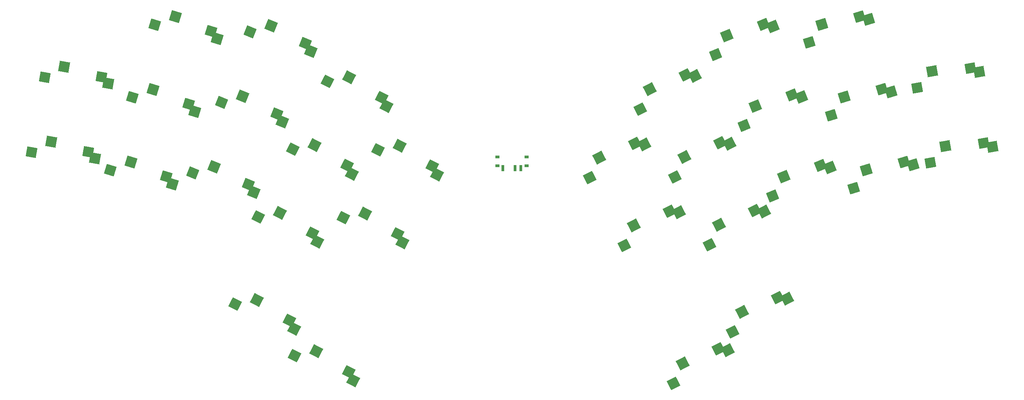
<source format=gbr>
%TF.GenerationSoftware,KiCad,Pcbnew,(6.0.4)*%
%TF.CreationDate,2022-08-21T15:28:52+02:00*%
%TF.ProjectId,Asfoora,4173666f-6f72-4612-9e6b-696361645f70,rev?*%
%TF.SameCoordinates,Original*%
%TF.FileFunction,Paste,Bot*%
%TF.FilePolarity,Positive*%
%FSLAX46Y46*%
G04 Gerber Fmt 4.6, Leading zero omitted, Abs format (unit mm)*
G04 Created by KiCad (PCBNEW (6.0.4)) date 2022-08-21 15:28:52*
%MOMM*%
%LPD*%
G01*
G04 APERTURE LIST*
G04 Aperture macros list*
%AMRotRect*
0 Rectangle, with rotation*
0 The origin of the aperture is its center*
0 $1 length*
0 $2 width*
0 $3 Rotation angle, in degrees counterclockwise*
0 Add horizontal line*
21,1,$1,$2,0,0,$3*%
G04 Aperture macros list end*
%ADD10RotRect,2.600000X2.600000X350.000000*%
%ADD11RotRect,2.550000X2.500000X350.000000*%
%ADD12RotRect,2.600000X2.600000X27.000000*%
%ADD13RotRect,2.550000X2.500000X27.000000*%
%ADD14RotRect,2.600000X2.600000X338.000000*%
%ADD15RotRect,2.550000X2.500000X338.000000*%
%ADD16RotRect,2.600000X2.600000X333.000000*%
%ADD17RotRect,2.550000X2.500000X333.000000*%
%ADD18RotRect,2.550000X2.500000X17.000000*%
%ADD19RotRect,2.600000X2.600000X17.000000*%
%ADD20RotRect,2.600000X2.600000X22.000000*%
%ADD21RotRect,2.550000X2.500000X22.000000*%
%ADD22RotRect,2.600000X2.600000X10.000000*%
%ADD23RotRect,2.550000X2.500000X10.000000*%
%ADD24RotRect,2.550000X2.500000X343.000000*%
%ADD25RotRect,2.600000X2.600000X343.000000*%
%ADD26R,1.000000X0.800000*%
%ADD27R,0.700000X1.500000*%
G04 APERTURE END LIST*
D10*
%TO.C,SW11*%
X49145183Y-72631995D03*
D11*
X47421292Y-70977509D03*
X33281549Y-71063474D03*
D10*
X38155628Y-68456942D03*
%TD*%
D12*
%TO.C,SW24*%
X221826830Y-107656512D03*
D13*
X219454374Y-107372645D03*
D12*
X210537572Y-110935846D03*
D13*
X208213609Y-115950809D03*
%TD*%
%TO.C,SW20*%
X204681705Y-120230746D03*
D12*
X207054161Y-120514613D03*
D13*
X193440940Y-128808910D03*
D12*
X195764903Y-123793947D03*
%TD*%
D13*
%TO.C,SW22*%
X205073045Y-68684923D03*
D12*
X207445501Y-68968790D03*
D13*
X193832280Y-77263087D03*
D12*
X196156243Y-72248124D03*
%TD*%
D14*
%TO.C,SW5*%
X102968031Y-45866134D03*
D15*
X101625798Y-43889385D03*
X87777170Y-41033655D03*
D14*
X93086667Y-39497460D03*
%TD*%
D16*
%TO.C,SW8*%
X121820230Y-59555399D03*
D17*
X120655390Y-57469189D03*
X107108353Y-53417338D03*
D16*
X112531534Y-52349741D03*
%TD*%
D18*
%TO.C,SW30*%
X245429791Y-55362067D03*
D19*
X247716910Y-56053594D03*
X236029711Y-57322749D03*
D18*
X232870216Y-61857971D03*
%TD*%
D17*
%TO.C,SW19*%
X112420910Y-125944136D03*
D16*
X113585750Y-128030346D03*
D17*
X98873873Y-121892285D03*
D16*
X104297054Y-120824688D03*
%TD*%
D20*
%TO.C,SW25*%
X218270789Y-39664588D03*
D21*
X215932102Y-39175028D03*
D20*
X206738677Y-41947519D03*
D21*
X203986475Y-46740852D03*
%TD*%
D14*
%TO.C,SW6*%
X95850506Y-63482627D03*
D15*
X94508273Y-61505878D03*
D14*
X85969142Y-57113953D03*
D15*
X80659645Y-58650148D03*
%TD*%
D17*
%TO.C,SW10*%
X103403751Y-91327437D03*
D16*
X104568591Y-93413647D03*
X95279895Y-86207989D03*
D17*
X89856714Y-87275586D03*
%TD*%
D22*
%TO.C,SW32*%
X273047266Y-69757659D03*
D23*
X270861471Y-68792557D03*
X257603862Y-73709414D03*
D22*
X261292511Y-69593042D03*
%TD*%
D21*
%TO.C,SW27*%
X230167152Y-74408014D03*
D20*
X232505839Y-74897574D03*
X220973727Y-77180505D03*
D21*
X218221525Y-81973838D03*
%TD*%
D24*
%TO.C,SW14*%
X66939528Y-77211303D03*
D25*
X68448939Y-79063546D03*
D24*
X52894705Y-75573427D03*
D25*
X58050109Y-73580324D03*
%TD*%
%TO.C,SW2*%
X79559063Y-42723965D03*
D24*
X78049652Y-40871722D03*
X64004829Y-39233846D03*
D25*
X69160233Y-37240743D03*
%TD*%
D16*
%TO.C,SW15*%
X98813081Y-115172245D03*
D17*
X97648241Y-113086035D03*
X84101204Y-109034184D03*
D16*
X89524385Y-107966587D03*
%TD*%
D12*
%TO.C,SW18*%
X194829287Y-86059171D03*
D13*
X192456831Y-85775304D03*
D12*
X183540029Y-89338505D03*
D13*
X181216066Y-94353468D03*
%TD*%
D11*
%TO.C,SW4*%
X50711570Y-52249086D03*
D10*
X52435461Y-53903572D03*
X41445906Y-49728519D03*
D11*
X36571827Y-52335051D03*
%TD*%
D14*
%TO.C,SW7*%
X88732981Y-81099120D03*
D15*
X87390748Y-79122371D03*
X73542120Y-76266641D03*
D14*
X78851617Y-74730446D03*
%TD*%
D18*
%TO.C,SW29*%
X239874729Y-37192276D03*
D19*
X242161848Y-37883803D03*
X230474649Y-39152958D03*
D18*
X227315154Y-43688180D03*
%TD*%
D17*
%TO.C,SW9*%
X112029570Y-74398313D03*
D16*
X113194410Y-76484523D03*
D17*
X98482533Y-70346462D03*
D16*
X103905714Y-69278865D03*
%TD*%
%TO.C,SW12*%
X134436444Y-76645780D03*
D17*
X133271604Y-74559570D03*
D16*
X125147748Y-69440122D03*
D17*
X119724567Y-70507719D03*
%TD*%
D13*
%TO.C,SW17*%
X183831011Y-68846180D03*
D12*
X186203467Y-69130047D03*
D13*
X172590246Y-77424344D03*
D12*
X174914209Y-72409381D03*
%TD*%
%TO.C,SW21*%
X198819681Y-52039666D03*
D13*
X196447225Y-51755799D03*
D12*
X187530423Y-55319000D03*
D13*
X185206460Y-60333963D03*
%TD*%
D23*
%TO.C,SW31*%
X267556205Y-50077391D03*
D22*
X269742000Y-51042493D03*
X257987245Y-50877876D03*
D23*
X254298596Y-54994248D03*
%TD*%
D21*
%TO.C,SW26*%
X223049627Y-56791521D03*
D20*
X225388314Y-57281081D03*
X213856202Y-59564012D03*
D21*
X211104000Y-64357345D03*
%TD*%
D19*
%TO.C,SW28*%
X253271972Y-74223384D03*
D18*
X250984853Y-73531857D03*
D19*
X241584773Y-75492539D03*
D18*
X238425278Y-80027761D03*
%TD*%
D25*
%TO.C,SW3*%
X74004325Y-60894136D03*
D24*
X72494914Y-59041893D03*
D25*
X63605495Y-55410914D03*
D24*
X58450091Y-57404017D03*
%TD*%
D12*
%TO.C,SW23*%
X216071320Y-85897914D03*
D13*
X213698864Y-85614047D03*
X202458099Y-94192211D03*
D12*
X204782062Y-89177248D03*
%TD*%
D17*
%TO.C,SW13*%
X124645784Y-91488694D03*
D16*
X125810624Y-93574904D03*
D17*
X111098747Y-87436843D03*
D16*
X116521928Y-86369246D03*
%TD*%
D26*
%TO.C,SW34*%
X149512000Y-74440000D03*
X156812000Y-74440000D03*
X156812000Y-72230000D03*
X149512000Y-72230000D03*
D27*
X150912000Y-75090000D03*
X153912000Y-75090000D03*
X155412000Y-75090000D03*
%TD*%
M02*

</source>
